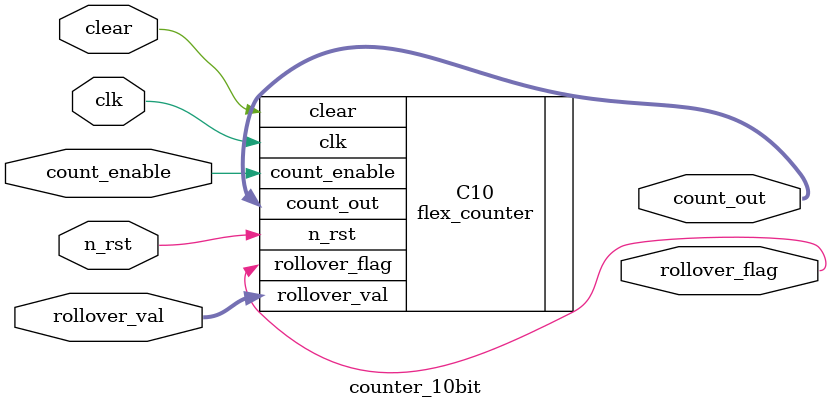
<source format=sv>

module counter_10bit
(
	input clk, 
	input n_rst, 
	input clear, 
	input count_enable, 
	input [9:0] rollover_val,
	output [9:0] count_out, 
	output rollover_flag
);

flex_counter #(10) C10 (.clk(clk), .n_rst(n_rst), .clear(clear), .count_enable(count_enable), .rollover_val(rollover_val), .count_out(count_out), .rollover_flag(rollover_flag));

endmodule


</source>
